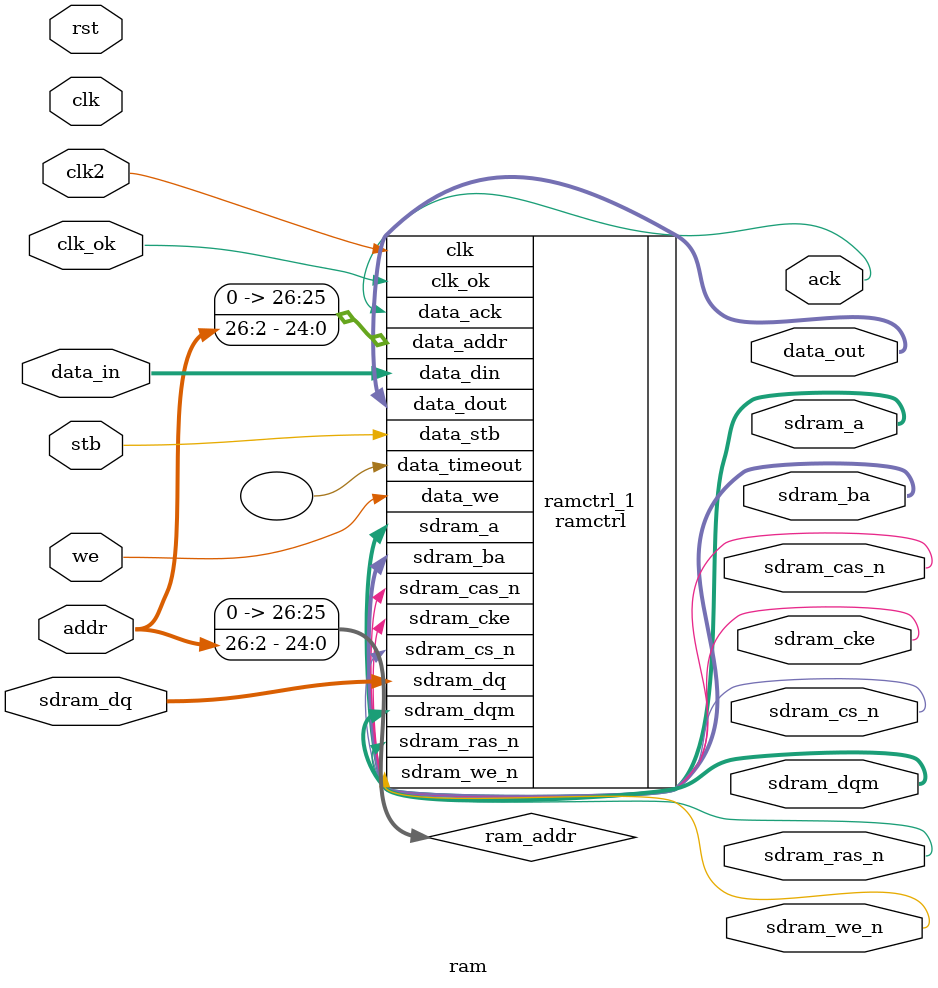
<source format=v>


`timescale 1ns/10ps
`default_nettype none


module ram(clk_ok, clk2, clk, rst,
           stb, we, addr,
           data_in, data_out, ack,
           sdram_cke, sdram_cs_n,
           sdram_ras_n, sdram_cas_n, sdram_we_n,
           sdram_ba, sdram_a, sdram_dqm, sdram_dq);
    // internal interface signals
    input clk_ok;
    input clk2;
    input clk;
    input rst;
    input stb;
    input we;
    input [26:2] addr;
    input [31:0] data_in;
    output [31:0] data_out;
    output ack;
    // external interface signals
    output sdram_cke;
    output sdram_cs_n;
    output sdram_ras_n;
    output sdram_cas_n;
    output sdram_we_n;
    output [1:0] sdram_ba;
    output [12:0] sdram_a;
    output [3:0] sdram_dqm;
    inout [31:0] sdram_dq;

  wire [26:0] ram_addr;

  assign ram_addr[26:0] = { 2'b00, addr[26:2] };

  ramctrl ramctrl_1(
    .clk_ok(clk_ok),
    .clk(clk2),
    .data_stb(stb),
    .data_we(we),
    .data_addr(ram_addr[26:0]),
    .data_din(data_in[31:0]),
    .data_dout(data_out[31:0]),
    .data_ack(ack),
    .data_timeout(),  // ignored, bus timeout is recognized in CPU
    .sdram_cke(sdram_cke),
    .sdram_cs_n(sdram_cs_n),
    .sdram_ras_n(sdram_ras_n),
    .sdram_cas_n(sdram_cas_n),
    .sdram_we_n(sdram_we_n),
    .sdram_ba(sdram_ba[1:0]),
    .sdram_a(sdram_a[12:0]),
    .sdram_dqm(sdram_dqm[3:0]),
    .sdram_dq(sdram_dq[31:0])
  );

endmodule

</source>
